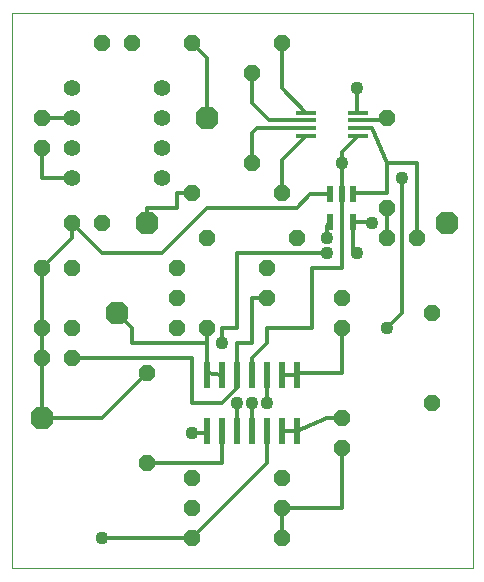
<source format=gtl>
G75*
%MOIN*%
%OFA0B0*%
%FSLAX25Y25*%
%IPPOS*%
%LPD*%
%AMOC8*
5,1,8,0,0,1.08239X$1,22.5*
%
%ADD10C,0.00000*%
%ADD11OC8,0.07600*%
%ADD12OC8,0.05600*%
%ADD13R,0.06890X0.01772*%
%ADD14R,0.02200X0.08600*%
%ADD15R,0.02200X0.05200*%
%ADD16C,0.05600*%
%ADD17C,0.01200*%
%ADD18C,0.04362*%
D10*
X0007825Y0003167D02*
X0007825Y0188127D01*
X0161526Y0188127D01*
X0161526Y0003167D01*
X0007825Y0003167D01*
D11*
X0017825Y0053167D03*
X0042825Y0088167D03*
X0052825Y0118167D03*
X0072825Y0153167D03*
X0152825Y0118167D03*
D12*
X0142825Y0113167D03*
X0132825Y0113167D03*
X0132825Y0123167D03*
X0132825Y0153167D03*
X0097825Y0178167D03*
X0087825Y0168167D03*
X0067825Y0178167D03*
X0047825Y0178167D03*
X0037825Y0178167D03*
X0017825Y0153167D03*
X0017825Y0143167D03*
X0027825Y0118167D03*
X0037825Y0118167D03*
X0027825Y0103167D03*
X0017825Y0103167D03*
X0017825Y0083167D03*
X0017825Y0073167D03*
X0027825Y0073167D03*
X0027825Y0083167D03*
X0052825Y0068167D03*
X0062825Y0083167D03*
X0062825Y0093167D03*
X0062825Y0103167D03*
X0072825Y0113167D03*
X0067825Y0128167D03*
X0087825Y0138167D03*
X0097825Y0128167D03*
X0102825Y0113167D03*
X0092825Y0103167D03*
X0092825Y0093167D03*
X0072825Y0083167D03*
X0052825Y0038167D03*
X0067825Y0033167D03*
X0067825Y0023167D03*
X0067825Y0013167D03*
X0097825Y0013167D03*
X0097825Y0023167D03*
X0097825Y0033167D03*
X0117825Y0043167D03*
X0117825Y0053167D03*
X0117825Y0083167D03*
X0117825Y0093167D03*
X0147825Y0088167D03*
X0147825Y0058167D03*
D13*
X0123337Y0147301D03*
X0123337Y0149860D03*
X0123337Y0152419D03*
X0123337Y0154978D03*
X0106014Y0154978D03*
X0106014Y0152419D03*
X0106014Y0149860D03*
X0106014Y0147301D03*
D14*
X0102825Y0067467D03*
X0097825Y0067467D03*
X0092825Y0067467D03*
X0087825Y0067467D03*
X0082825Y0067467D03*
X0077825Y0067467D03*
X0072825Y0067467D03*
X0072825Y0048867D03*
X0077825Y0048867D03*
X0082825Y0048867D03*
X0087825Y0048867D03*
X0092825Y0048867D03*
X0097825Y0048867D03*
X0102825Y0048867D03*
D15*
X0114125Y0118567D03*
X0121525Y0118567D03*
X0121525Y0127767D03*
X0117825Y0127767D03*
X0114125Y0127767D03*
D16*
X0057825Y0133167D03*
X0057825Y0143167D03*
X0057825Y0153167D03*
X0057825Y0163167D03*
X0027825Y0163167D03*
X0027825Y0153167D03*
X0027825Y0143167D03*
X0027825Y0133167D03*
D17*
X0017825Y0133167D01*
X0017825Y0143167D01*
X0017825Y0153167D02*
X0027825Y0153167D01*
X0052825Y0123167D02*
X0052825Y0118167D01*
X0052825Y0123167D02*
X0062825Y0123167D01*
X0062825Y0128167D01*
X0067825Y0128167D01*
X0072825Y0123167D02*
X0057825Y0108167D01*
X0037825Y0108167D01*
X0027825Y0118167D01*
X0027825Y0113167D01*
X0017825Y0103167D01*
X0017825Y0083167D01*
X0017825Y0073167D01*
X0017825Y0053167D01*
X0037825Y0053167D01*
X0052825Y0068167D01*
X0047825Y0078167D02*
X0072825Y0078167D01*
X0072825Y0073167D01*
X0072825Y0068167D01*
X0072825Y0067467D01*
X0072825Y0068167D02*
X0077825Y0067467D01*
X0082825Y0067467D02*
X0082825Y0063167D01*
X0077825Y0058167D01*
X0067825Y0058167D01*
X0067825Y0073167D01*
X0027825Y0073167D01*
X0042825Y0088167D02*
X0047825Y0083167D01*
X0047825Y0078167D01*
X0072825Y0078167D02*
X0072825Y0083167D01*
X0077825Y0083167D02*
X0077825Y0078167D01*
X0077825Y0083167D02*
X0082825Y0083167D01*
X0082825Y0108167D01*
X0112825Y0108167D01*
X0112825Y0113167D02*
X0112825Y0117267D01*
X0114125Y0118567D01*
X0121525Y0118567D02*
X0121525Y0109467D01*
X0122825Y0108167D01*
X0117825Y0103167D02*
X0107825Y0103167D01*
X0107825Y0083167D01*
X0092825Y0083167D01*
X0092825Y0078167D01*
X0087825Y0073167D01*
X0087825Y0067467D01*
X0092825Y0067467D02*
X0092825Y0058167D01*
X0087825Y0058167D02*
X0087825Y0048867D01*
X0092825Y0048867D02*
X0092825Y0038167D01*
X0067825Y0013167D01*
X0037825Y0013167D01*
X0052825Y0038167D02*
X0077825Y0038167D01*
X0077825Y0048867D01*
X0082825Y0048867D02*
X0082825Y0058167D01*
X0082825Y0067467D02*
X0082825Y0078167D01*
X0087825Y0078167D01*
X0087825Y0093167D01*
X0092825Y0093167D01*
X0097825Y0067467D02*
X0102825Y0067467D01*
X0103525Y0068167D01*
X0117825Y0068167D01*
X0117825Y0083167D01*
X0132825Y0083167D02*
X0137825Y0088167D01*
X0137825Y0133167D01*
X0142825Y0138167D02*
X0132825Y0138167D01*
X0132825Y0128167D01*
X0121525Y0128167D01*
X0121525Y0127767D01*
X0117825Y0127767D02*
X0117825Y0103167D01*
X0121525Y0118567D02*
X0127425Y0118567D01*
X0127825Y0118167D01*
X0132825Y0113167D02*
X0132825Y0123167D01*
X0142825Y0113167D02*
X0142825Y0138167D01*
X0132825Y0138167D02*
X0127825Y0149860D01*
X0123337Y0149860D01*
X0123337Y0152419D02*
X0132825Y0152419D01*
X0132825Y0153167D01*
X0123337Y0154978D02*
X0122825Y0155489D01*
X0122825Y0163167D01*
X0123337Y0147301D02*
X0117825Y0141789D01*
X0117825Y0138167D01*
X0117825Y0127767D01*
X0114125Y0127767D02*
X0107425Y0127767D01*
X0102825Y0123167D01*
X0072825Y0123167D01*
X0087825Y0138167D02*
X0087825Y0148167D01*
X0089518Y0149860D01*
X0106014Y0149860D01*
X0106014Y0152419D02*
X0093573Y0152419D01*
X0087825Y0158167D01*
X0087825Y0168167D01*
X0097825Y0163167D02*
X0106014Y0154978D01*
X0106014Y0147301D02*
X0097825Y0139112D01*
X0097825Y0128167D01*
X0072825Y0153167D02*
X0072825Y0173167D01*
X0067825Y0178167D01*
X0097825Y0178167D02*
X0097825Y0163167D01*
X0112825Y0053167D02*
X0102825Y0048867D01*
X0097825Y0048867D01*
X0082825Y0048867D02*
X0082825Y0048167D01*
X0072825Y0048167D02*
X0072825Y0048867D01*
X0072825Y0048167D02*
X0067825Y0048167D01*
X0097825Y0023167D02*
X0117825Y0023167D01*
X0117825Y0043167D01*
X0117825Y0053167D02*
X0112825Y0053167D01*
X0097825Y0023167D02*
X0097825Y0013167D01*
D18*
X0067825Y0048167D03*
X0082825Y0058167D03*
X0087825Y0058167D03*
X0092825Y0058167D03*
X0077825Y0078167D03*
X0112825Y0108167D03*
X0112825Y0113167D03*
X0122825Y0108167D03*
X0127825Y0118167D03*
X0137825Y0133167D03*
X0117825Y0138167D03*
X0122825Y0163167D03*
X0132825Y0083167D03*
X0037825Y0013167D03*
M02*

</source>
